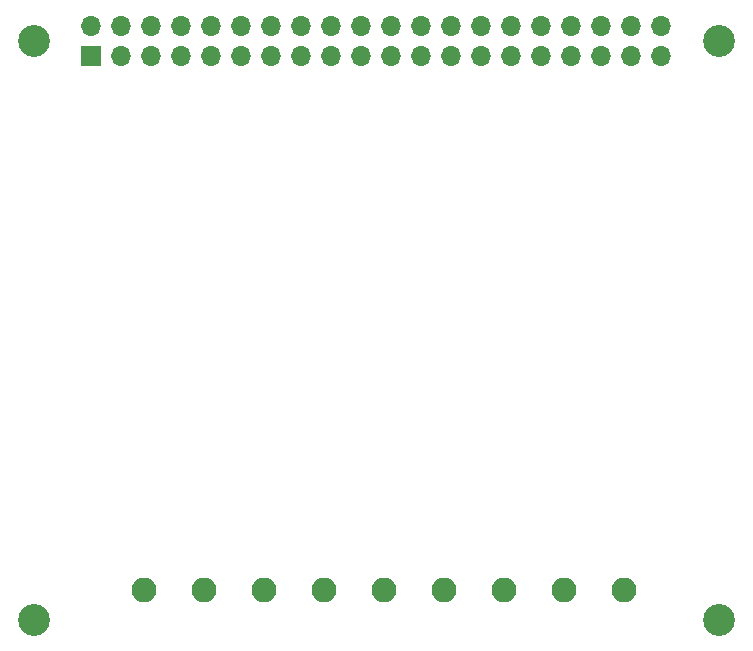
<source format=gbr>
%TF.GenerationSoftware,KiCad,Pcbnew,8.0.9*%
%TF.CreationDate,2025-09-25T17:08:19+07:00*%
%TF.ProjectId,_autosave-CAN_Shield,5f617574-6f73-4617-9665-2d43414e5f53,rev?*%
%TF.SameCoordinates,Original*%
%TF.FileFunction,Soldermask,Bot*%
%TF.FilePolarity,Negative*%
%FSLAX46Y46*%
G04 Gerber Fmt 4.6, Leading zero omitted, Abs format (unit mm)*
G04 Created by KiCad (PCBNEW 8.0.9) date 2025-09-25 17:08:19*
%MOMM*%
%LPD*%
G01*
G04 APERTURE LIST*
%ADD10O,2.100000X2.100000*%
%ADD11C,2.700000*%
%ADD12R,1.700000X1.700000*%
%ADD13O,1.700000X1.700000*%
G04 APERTURE END LIST*
D10*
%TO.C,U1*%
X12801600Y5994400D03*
X17881600Y5994400D03*
X22961600Y5994400D03*
X28041600Y5994400D03*
X33121600Y5994400D03*
X38201600Y5994400D03*
X43281600Y5994400D03*
X48361600Y5994400D03*
X53441600Y5994400D03*
%TD*%
D11*
%TO.C,MH2*%
X61500000Y52500000D03*
%TD*%
%TO.C,MH3*%
X3500000Y3500000D03*
%TD*%
%TO.C,MH1*%
X3500000Y52500000D03*
%TD*%
%TO.C,MH4*%
X61500000Y3500000D03*
%TD*%
D12*
%TO.C,J1*%
X8370000Y51230000D03*
D13*
X8370000Y53770000D03*
X10910000Y51230000D03*
X10910000Y53770000D03*
X13450000Y51230000D03*
X13450000Y53770000D03*
X15990000Y51230000D03*
X15990000Y53770000D03*
X18530000Y51230000D03*
X18530000Y53770000D03*
X21070000Y51230000D03*
X21070000Y53770000D03*
X23610000Y51230000D03*
X23610000Y53770000D03*
X26150000Y51230000D03*
X26150000Y53770000D03*
X28690000Y51230000D03*
X28690000Y53770000D03*
X31230000Y51230000D03*
X31230000Y53770000D03*
X33770000Y51230000D03*
X33770000Y53770000D03*
X36310000Y51230000D03*
X36310000Y53770000D03*
X38850000Y51230000D03*
X38850000Y53770000D03*
X41390000Y51230000D03*
X41390000Y53770000D03*
X43930000Y51230000D03*
X43930000Y53770000D03*
X46470000Y51230000D03*
X46470000Y53770000D03*
X49010000Y51230000D03*
X49010000Y53770000D03*
X51550000Y51230000D03*
X51550000Y53770000D03*
X54090000Y51230000D03*
X54090000Y53770000D03*
X56630000Y51230000D03*
X56630000Y53770000D03*
%TD*%
M02*

</source>
